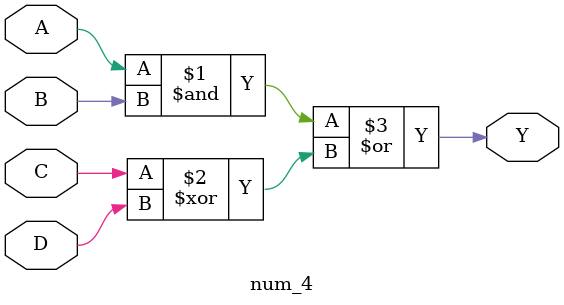
<source format=v>

`timescale 1ns/1ns

module num_4(input A, input B, input C, input D, output Y);

assign Y = A&B|C^D;

endmodule
</source>
